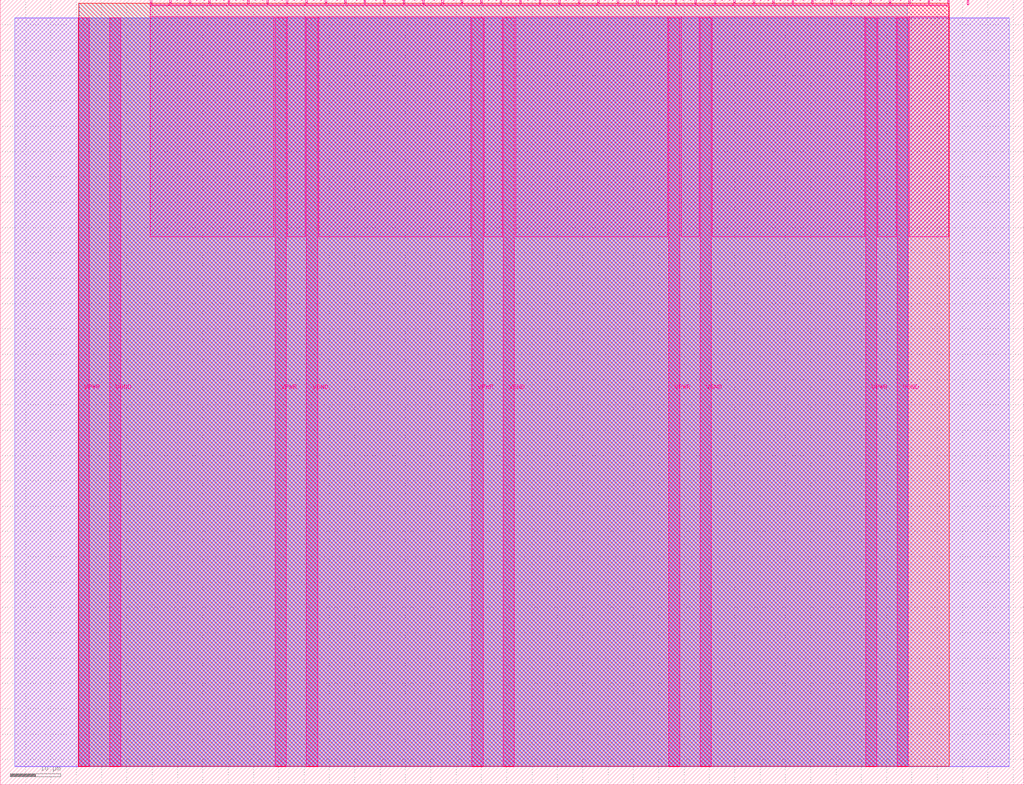
<source format=lef>
VERSION 5.7 ;
  NOWIREEXTENSIONATPIN ON ;
  DIVIDERCHAR "/" ;
  BUSBITCHARS "[]" ;
MACRO tt_um_wokwi_422960078645704705
  CLASS BLOCK ;
  FOREIGN tt_um_wokwi_422960078645704705 ;
  ORIGIN 0.000 0.000 ;
  SIZE 202.080 BY 154.980 ;
  PIN VGND
    DIRECTION INOUT ;
    USE GROUND ;
    PORT
      LAYER Metal5 ;
        RECT 21.580 3.560 23.780 151.420 ;
    END
    PORT
      LAYER Metal5 ;
        RECT 60.450 3.560 62.650 151.420 ;
    END
    PORT
      LAYER Metal5 ;
        RECT 99.320 3.560 101.520 151.420 ;
    END
    PORT
      LAYER Metal5 ;
        RECT 138.190 3.560 140.390 151.420 ;
    END
    PORT
      LAYER Metal5 ;
        RECT 177.060 3.560 179.260 151.420 ;
    END
  END VGND
  PIN VPWR
    DIRECTION INOUT ;
    USE POWER ;
    PORT
      LAYER Metal5 ;
        RECT 15.380 3.560 17.580 151.420 ;
    END
    PORT
      LAYER Metal5 ;
        RECT 54.250 3.560 56.450 151.420 ;
    END
    PORT
      LAYER Metal5 ;
        RECT 93.120 3.560 95.320 151.420 ;
    END
    PORT
      LAYER Metal5 ;
        RECT 131.990 3.560 134.190 151.420 ;
    END
    PORT
      LAYER Metal5 ;
        RECT 170.860 3.560 173.060 151.420 ;
    END
  END VPWR
  PIN clk
    DIRECTION INPUT ;
    USE SIGNAL ;
    ANTENNAGATEAREA 0.213200 ;
    PORT
      LAYER Metal5 ;
        RECT 187.050 153.980 187.350 154.980 ;
    END
  END clk
  PIN ena
    DIRECTION INPUT ;
    USE SIGNAL ;
    PORT
      LAYER Metal5 ;
        RECT 190.890 153.980 191.190 154.980 ;
    END
  END ena
  PIN rst_n
    DIRECTION INPUT ;
    USE SIGNAL ;
    PORT
      LAYER Metal5 ;
        RECT 183.210 153.980 183.510 154.980 ;
    END
  END rst_n
  PIN ui_in[0]
    DIRECTION INPUT ;
    USE SIGNAL ;
    PORT
      LAYER Metal5 ;
        RECT 179.370 153.980 179.670 154.980 ;
    END
  END ui_in[0]
  PIN ui_in[1]
    DIRECTION INPUT ;
    USE SIGNAL ;
    PORT
      LAYER Metal5 ;
        RECT 175.530 153.980 175.830 154.980 ;
    END
  END ui_in[1]
  PIN ui_in[2]
    DIRECTION INPUT ;
    USE SIGNAL ;
    PORT
      LAYER Metal5 ;
        RECT 171.690 153.980 171.990 154.980 ;
    END
  END ui_in[2]
  PIN ui_in[3]
    DIRECTION INPUT ;
    USE SIGNAL ;
    PORT
      LAYER Metal5 ;
        RECT 167.850 153.980 168.150 154.980 ;
    END
  END ui_in[3]
  PIN ui_in[4]
    DIRECTION INPUT ;
    USE SIGNAL ;
    PORT
      LAYER Metal5 ;
        RECT 164.010 153.980 164.310 154.980 ;
    END
  END ui_in[4]
  PIN ui_in[5]
    DIRECTION INPUT ;
    USE SIGNAL ;
    PORT
      LAYER Metal5 ;
        RECT 160.170 153.980 160.470 154.980 ;
    END
  END ui_in[5]
  PIN ui_in[6]
    DIRECTION INPUT ;
    USE SIGNAL ;
    ANTENNAGATEAREA 0.180700 ;
    PORT
      LAYER Metal5 ;
        RECT 156.330 153.980 156.630 154.980 ;
    END
  END ui_in[6]
  PIN ui_in[7]
    DIRECTION INPUT ;
    USE SIGNAL ;
    ANTENNAGATEAREA 0.180700 ;
    PORT
      LAYER Metal5 ;
        RECT 152.490 153.980 152.790 154.980 ;
    END
  END ui_in[7]
  PIN uio_in[0]
    DIRECTION INPUT ;
    USE SIGNAL ;
    PORT
      LAYER Metal5 ;
        RECT 148.650 153.980 148.950 154.980 ;
    END
  END uio_in[0]
  PIN uio_in[1]
    DIRECTION INPUT ;
    USE SIGNAL ;
    PORT
      LAYER Metal5 ;
        RECT 144.810 153.980 145.110 154.980 ;
    END
  END uio_in[1]
  PIN uio_in[2]
    DIRECTION INPUT ;
    USE SIGNAL ;
    PORT
      LAYER Metal5 ;
        RECT 140.970 153.980 141.270 154.980 ;
    END
  END uio_in[2]
  PIN uio_in[3]
    DIRECTION INPUT ;
    USE SIGNAL ;
    PORT
      LAYER Metal5 ;
        RECT 137.130 153.980 137.430 154.980 ;
    END
  END uio_in[3]
  PIN uio_in[4]
    DIRECTION INPUT ;
    USE SIGNAL ;
    PORT
      LAYER Metal5 ;
        RECT 133.290 153.980 133.590 154.980 ;
    END
  END uio_in[4]
  PIN uio_in[5]
    DIRECTION INPUT ;
    USE SIGNAL ;
    PORT
      LAYER Metal5 ;
        RECT 129.450 153.980 129.750 154.980 ;
    END
  END uio_in[5]
  PIN uio_in[6]
    DIRECTION INPUT ;
    USE SIGNAL ;
    PORT
      LAYER Metal5 ;
        RECT 125.610 153.980 125.910 154.980 ;
    END
  END uio_in[6]
  PIN uio_in[7]
    DIRECTION INPUT ;
    USE SIGNAL ;
    PORT
      LAYER Metal5 ;
        RECT 121.770 153.980 122.070 154.980 ;
    END
  END uio_in[7]
  PIN uio_oe[0]
    DIRECTION OUTPUT ;
    USE SIGNAL ;
    ANTENNADIFFAREA 0.299200 ;
    PORT
      LAYER Metal5 ;
        RECT 56.490 153.980 56.790 154.980 ;
    END
  END uio_oe[0]
  PIN uio_oe[1]
    DIRECTION OUTPUT ;
    USE SIGNAL ;
    ANTENNADIFFAREA 0.299200 ;
    PORT
      LAYER Metal5 ;
        RECT 52.650 153.980 52.950 154.980 ;
    END
  END uio_oe[1]
  PIN uio_oe[2]
    DIRECTION OUTPUT ;
    USE SIGNAL ;
    ANTENNADIFFAREA 0.299200 ;
    PORT
      LAYER Metal5 ;
        RECT 48.810 153.980 49.110 154.980 ;
    END
  END uio_oe[2]
  PIN uio_oe[3]
    DIRECTION OUTPUT ;
    USE SIGNAL ;
    ANTENNADIFFAREA 0.299200 ;
    PORT
      LAYER Metal5 ;
        RECT 44.970 153.980 45.270 154.980 ;
    END
  END uio_oe[3]
  PIN uio_oe[4]
    DIRECTION OUTPUT ;
    USE SIGNAL ;
    ANTENNADIFFAREA 0.299200 ;
    PORT
      LAYER Metal5 ;
        RECT 41.130 153.980 41.430 154.980 ;
    END
  END uio_oe[4]
  PIN uio_oe[5]
    DIRECTION OUTPUT ;
    USE SIGNAL ;
    ANTENNADIFFAREA 0.299200 ;
    PORT
      LAYER Metal5 ;
        RECT 37.290 153.980 37.590 154.980 ;
    END
  END uio_oe[5]
  PIN uio_oe[6]
    DIRECTION OUTPUT ;
    USE SIGNAL ;
    ANTENNADIFFAREA 0.299200 ;
    PORT
      LAYER Metal5 ;
        RECT 33.450 153.980 33.750 154.980 ;
    END
  END uio_oe[6]
  PIN uio_oe[7]
    DIRECTION OUTPUT ;
    USE SIGNAL ;
    ANTENNADIFFAREA 0.299200 ;
    PORT
      LAYER Metal5 ;
        RECT 29.610 153.980 29.910 154.980 ;
    END
  END uio_oe[7]
  PIN uio_out[0]
    DIRECTION OUTPUT ;
    USE SIGNAL ;
    ANTENNADIFFAREA 0.299200 ;
    PORT
      LAYER Metal5 ;
        RECT 87.210 153.980 87.510 154.980 ;
    END
  END uio_out[0]
  PIN uio_out[1]
    DIRECTION OUTPUT ;
    USE SIGNAL ;
    ANTENNADIFFAREA 0.299200 ;
    PORT
      LAYER Metal5 ;
        RECT 83.370 153.980 83.670 154.980 ;
    END
  END uio_out[1]
  PIN uio_out[2]
    DIRECTION OUTPUT ;
    USE SIGNAL ;
    ANTENNADIFFAREA 0.299200 ;
    PORT
      LAYER Metal5 ;
        RECT 79.530 153.980 79.830 154.980 ;
    END
  END uio_out[2]
  PIN uio_out[3]
    DIRECTION OUTPUT ;
    USE SIGNAL ;
    ANTENNADIFFAREA 0.299200 ;
    PORT
      LAYER Metal5 ;
        RECT 75.690 153.980 75.990 154.980 ;
    END
  END uio_out[3]
  PIN uio_out[4]
    DIRECTION OUTPUT ;
    USE SIGNAL ;
    ANTENNADIFFAREA 0.299200 ;
    PORT
      LAYER Metal5 ;
        RECT 71.850 153.980 72.150 154.980 ;
    END
  END uio_out[4]
  PIN uio_out[5]
    DIRECTION OUTPUT ;
    USE SIGNAL ;
    ANTENNADIFFAREA 0.299200 ;
    PORT
      LAYER Metal5 ;
        RECT 68.010 153.980 68.310 154.980 ;
    END
  END uio_out[5]
  PIN uio_out[6]
    DIRECTION OUTPUT ;
    USE SIGNAL ;
    ANTENNADIFFAREA 0.299200 ;
    PORT
      LAYER Metal5 ;
        RECT 64.170 153.980 64.470 154.980 ;
    END
  END uio_out[6]
  PIN uio_out[7]
    DIRECTION OUTPUT ;
    USE SIGNAL ;
    ANTENNADIFFAREA 0.299200 ;
    PORT
      LAYER Metal5 ;
        RECT 60.330 153.980 60.630 154.980 ;
    END
  END uio_out[7]
  PIN uo_out[0]
    DIRECTION OUTPUT ;
    USE SIGNAL ;
    ANTENNADIFFAREA 0.654800 ;
    PORT
      LAYER Metal5 ;
        RECT 117.930 153.980 118.230 154.980 ;
    END
  END uo_out[0]
  PIN uo_out[1]
    DIRECTION OUTPUT ;
    USE SIGNAL ;
    ANTENNADIFFAREA 0.654800 ;
    PORT
      LAYER Metal5 ;
        RECT 114.090 153.980 114.390 154.980 ;
    END
  END uo_out[1]
  PIN uo_out[2]
    DIRECTION OUTPUT ;
    USE SIGNAL ;
    ANTENNADIFFAREA 0.654800 ;
    PORT
      LAYER Metal5 ;
        RECT 110.250 153.980 110.550 154.980 ;
    END
  END uo_out[2]
  PIN uo_out[3]
    DIRECTION OUTPUT ;
    USE SIGNAL ;
    ANTENNADIFFAREA 0.654800 ;
    PORT
      LAYER Metal5 ;
        RECT 106.410 153.980 106.710 154.980 ;
    END
  END uo_out[3]
  PIN uo_out[4]
    DIRECTION OUTPUT ;
    USE SIGNAL ;
    ANTENNADIFFAREA 0.654800 ;
    PORT
      LAYER Metal5 ;
        RECT 102.570 153.980 102.870 154.980 ;
    END
  END uo_out[4]
  PIN uo_out[5]
    DIRECTION OUTPUT ;
    USE SIGNAL ;
    ANTENNADIFFAREA 0.654800 ;
    PORT
      LAYER Metal5 ;
        RECT 98.730 153.980 99.030 154.980 ;
    END
  END uo_out[5]
  PIN uo_out[6]
    DIRECTION OUTPUT ;
    USE SIGNAL ;
    ANTENNADIFFAREA 0.654800 ;
    PORT
      LAYER Metal5 ;
        RECT 94.890 153.980 95.190 154.980 ;
    END
  END uo_out[6]
  PIN uo_out[7]
    DIRECTION OUTPUT ;
    USE SIGNAL ;
    ANTENNADIFFAREA 0.654800 ;
    PORT
      LAYER Metal5 ;
        RECT 91.050 153.980 91.350 154.980 ;
    END
  END uo_out[7]
  OBS
      LAYER GatPoly ;
        RECT 2.880 3.630 199.200 151.350 ;
      LAYER Metal1 ;
        RECT 2.880 3.560 199.200 151.420 ;
      LAYER Metal2 ;
        RECT 15.515 3.680 179.125 151.300 ;
      LAYER Metal3 ;
        RECT 15.560 3.635 179.080 154.285 ;
      LAYER Metal4 ;
        RECT 15.515 3.680 187.345 154.240 ;
      LAYER Metal5 ;
        RECT 30.120 153.770 33.240 153.980 ;
        RECT 33.960 153.770 37.080 153.980 ;
        RECT 37.800 153.770 40.920 153.980 ;
        RECT 41.640 153.770 44.760 153.980 ;
        RECT 45.480 153.770 48.600 153.980 ;
        RECT 49.320 153.770 52.440 153.980 ;
        RECT 53.160 153.770 56.280 153.980 ;
        RECT 57.000 153.770 60.120 153.980 ;
        RECT 60.840 153.770 63.960 153.980 ;
        RECT 64.680 153.770 67.800 153.980 ;
        RECT 68.520 153.770 71.640 153.980 ;
        RECT 72.360 153.770 75.480 153.980 ;
        RECT 76.200 153.770 79.320 153.980 ;
        RECT 80.040 153.770 83.160 153.980 ;
        RECT 83.880 153.770 87.000 153.980 ;
        RECT 87.720 153.770 90.840 153.980 ;
        RECT 91.560 153.770 94.680 153.980 ;
        RECT 95.400 153.770 98.520 153.980 ;
        RECT 99.240 153.770 102.360 153.980 ;
        RECT 103.080 153.770 106.200 153.980 ;
        RECT 106.920 153.770 110.040 153.980 ;
        RECT 110.760 153.770 113.880 153.980 ;
        RECT 114.600 153.770 117.720 153.980 ;
        RECT 118.440 153.770 121.560 153.980 ;
        RECT 122.280 153.770 125.400 153.980 ;
        RECT 126.120 153.770 129.240 153.980 ;
        RECT 129.960 153.770 133.080 153.980 ;
        RECT 133.800 153.770 136.920 153.980 ;
        RECT 137.640 153.770 140.760 153.980 ;
        RECT 141.480 153.770 144.600 153.980 ;
        RECT 145.320 153.770 148.440 153.980 ;
        RECT 149.160 153.770 152.280 153.980 ;
        RECT 153.000 153.770 156.120 153.980 ;
        RECT 156.840 153.770 159.960 153.980 ;
        RECT 160.680 153.770 163.800 153.980 ;
        RECT 164.520 153.770 167.640 153.980 ;
        RECT 168.360 153.770 171.480 153.980 ;
        RECT 172.200 153.770 175.320 153.980 ;
        RECT 176.040 153.770 179.160 153.980 ;
        RECT 179.880 153.770 183.000 153.980 ;
        RECT 183.720 153.770 186.840 153.980 ;
        RECT 29.660 151.630 187.300 153.770 ;
        RECT 29.660 108.215 54.040 151.630 ;
        RECT 56.660 108.215 60.240 151.630 ;
        RECT 62.860 108.215 92.910 151.630 ;
        RECT 95.530 108.215 99.110 151.630 ;
        RECT 101.730 108.215 131.780 151.630 ;
        RECT 134.400 108.215 137.980 151.630 ;
        RECT 140.600 108.215 170.650 151.630 ;
        RECT 173.270 108.215 176.850 151.630 ;
        RECT 179.470 108.215 187.300 151.630 ;
  END
END tt_um_wokwi_422960078645704705
END LIBRARY


</source>
